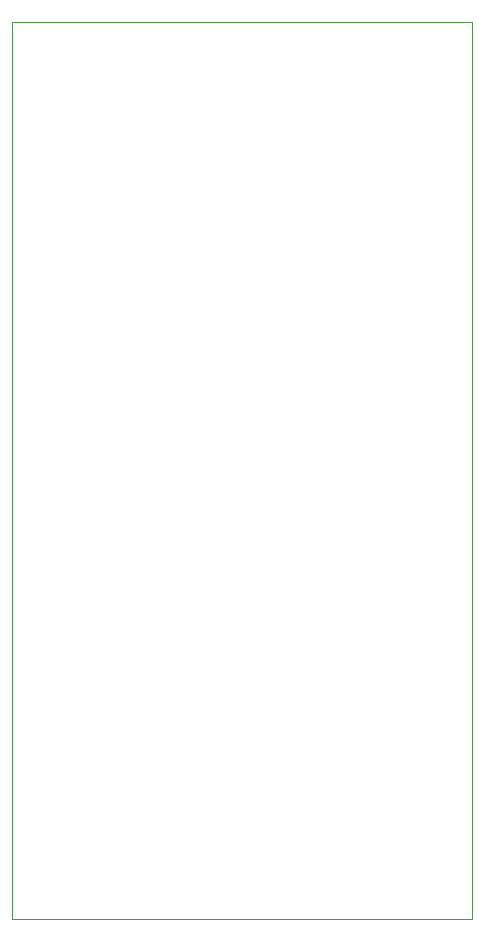
<source format=gbr>
%TF.GenerationSoftware,KiCad,Pcbnew,9.0.3+dfsg-1*%
%TF.CreationDate,2026-02-23T23:51:30-05:00*%
%TF.ProjectId,bench-power,62656e63-682d-4706-9f77-65722e6b6963,rev?*%
%TF.SameCoordinates,Original*%
%TF.FileFunction,Profile,NP*%
%FSLAX46Y46*%
G04 Gerber Fmt 4.6, Leading zero omitted, Abs format (unit mm)*
G04 Created by KiCad (PCBNEW 9.0.3+dfsg-1) date 2026-02-23 23:51:30*
%MOMM*%
%LPD*%
G01*
G04 APERTURE LIST*
%TA.AperFunction,Profile*%
%ADD10C,0.050000*%
%TD*%
G04 APERTURE END LIST*
D10*
X140000000Y-48050000D02*
X179000000Y-48050000D01*
X179000000Y-124000000D01*
X140000000Y-124000000D01*
X140000000Y-48050000D01*
M02*

</source>
